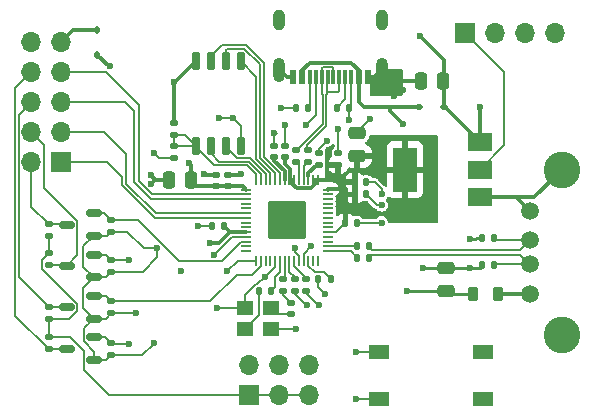
<source format=gtl>
G04 #@! TF.GenerationSoftware,KiCad,Pcbnew,7.0.2-0*
G04 #@! TF.CreationDate,2023-04-30T22:25:47-07:00*
G04 #@! TF.ProjectId,babelfish,62616265-6c66-4697-9368-2e6b69636164,REV1*
G04 #@! TF.SameCoordinates,Original*
G04 #@! TF.FileFunction,Copper,L1,Top*
G04 #@! TF.FilePolarity,Positive*
%FSLAX46Y46*%
G04 Gerber Fmt 4.6, Leading zero omitted, Abs format (unit mm)*
G04 Created by KiCad (PCBNEW 7.0.2-0) date 2023-04-30 22:25:47*
%MOMM*%
%LPD*%
G01*
G04 APERTURE LIST*
G04 Aperture macros list*
%AMRoundRect*
0 Rectangle with rounded corners*
0 $1 Rounding radius*
0 $2 $3 $4 $5 $6 $7 $8 $9 X,Y pos of 4 corners*
0 Add a 4 corners polygon primitive as box body*
4,1,4,$2,$3,$4,$5,$6,$7,$8,$9,$2,$3,0*
0 Add four circle primitives for the rounded corners*
1,1,$1+$1,$2,$3*
1,1,$1+$1,$4,$5*
1,1,$1+$1,$6,$7*
1,1,$1+$1,$8,$9*
0 Add four rect primitives between the rounded corners*
20,1,$1+$1,$2,$3,$4,$5,0*
20,1,$1+$1,$4,$5,$6,$7,0*
20,1,$1+$1,$6,$7,$8,$9,0*
20,1,$1+$1,$8,$9,$2,$3,0*%
G04 Aperture macros list end*
G04 #@! TA.AperFunction,SMDPad,CuDef*
%ADD10R,0.600000X1.240005*%
G04 #@! TD*
G04 #@! TA.AperFunction,SMDPad,CuDef*
%ADD11R,0.300000X1.240005*%
G04 #@! TD*
G04 #@! TA.AperFunction,ComponentPad*
%ADD12O,1.000000X2.100000*%
G04 #@! TD*
G04 #@! TA.AperFunction,ComponentPad*
%ADD13O,1.000000X1.800000*%
G04 #@! TD*
G04 #@! TA.AperFunction,SMDPad,CuDef*
%ADD14RoundRect,0.135000X-0.185000X0.135000X-0.185000X-0.135000X0.185000X-0.135000X0.185000X0.135000X0*%
G04 #@! TD*
G04 #@! TA.AperFunction,ComponentPad*
%ADD15R,1.700000X1.700000*%
G04 #@! TD*
G04 #@! TA.AperFunction,ComponentPad*
%ADD16O,1.700000X1.700000*%
G04 #@! TD*
G04 #@! TA.AperFunction,SMDPad,CuDef*
%ADD17RoundRect,0.150000X0.512500X0.150000X-0.512500X0.150000X-0.512500X-0.150000X0.512500X-0.150000X0*%
G04 #@! TD*
G04 #@! TA.AperFunction,SMDPad,CuDef*
%ADD18RoundRect,0.218750X0.218750X0.381250X-0.218750X0.381250X-0.218750X-0.381250X0.218750X-0.381250X0*%
G04 #@! TD*
G04 #@! TA.AperFunction,SMDPad,CuDef*
%ADD19RoundRect,0.135000X0.185000X-0.135000X0.185000X0.135000X-0.185000X0.135000X-0.185000X-0.135000X0*%
G04 #@! TD*
G04 #@! TA.AperFunction,SMDPad,CuDef*
%ADD20R,2.000000X1.500000*%
G04 #@! TD*
G04 #@! TA.AperFunction,SMDPad,CuDef*
%ADD21R,2.000000X3.800000*%
G04 #@! TD*
G04 #@! TA.AperFunction,SMDPad,CuDef*
%ADD22RoundRect,0.250000X0.475000X-0.250000X0.475000X0.250000X-0.475000X0.250000X-0.475000X-0.250000X0*%
G04 #@! TD*
G04 #@! TA.AperFunction,SMDPad,CuDef*
%ADD23RoundRect,0.112500X0.187500X0.112500X-0.187500X0.112500X-0.187500X-0.112500X0.187500X-0.112500X0*%
G04 #@! TD*
G04 #@! TA.AperFunction,SMDPad,CuDef*
%ADD24RoundRect,0.140000X0.140000X0.170000X-0.140000X0.170000X-0.140000X-0.170000X0.140000X-0.170000X0*%
G04 #@! TD*
G04 #@! TA.AperFunction,SMDPad,CuDef*
%ADD25RoundRect,0.140000X0.170000X-0.140000X0.170000X0.140000X-0.170000X0.140000X-0.170000X-0.140000X0*%
G04 #@! TD*
G04 #@! TA.AperFunction,SMDPad,CuDef*
%ADD26RoundRect,0.135000X0.135000X0.185000X-0.135000X0.185000X-0.135000X-0.185000X0.135000X-0.185000X0*%
G04 #@! TD*
G04 #@! TA.AperFunction,SMDPad,CuDef*
%ADD27R,1.800000X1.300000*%
G04 #@! TD*
G04 #@! TA.AperFunction,SMDPad,CuDef*
%ADD28RoundRect,0.112500X0.112500X-0.187500X0.112500X0.187500X-0.112500X0.187500X-0.112500X-0.187500X0*%
G04 #@! TD*
G04 #@! TA.AperFunction,SMDPad,CuDef*
%ADD29RoundRect,0.140000X-0.140000X-0.170000X0.140000X-0.170000X0.140000X0.170000X-0.140000X0.170000X0*%
G04 #@! TD*
G04 #@! TA.AperFunction,SMDPad,CuDef*
%ADD30RoundRect,0.050000X-0.387500X-0.050000X0.387500X-0.050000X0.387500X0.050000X-0.387500X0.050000X0*%
G04 #@! TD*
G04 #@! TA.AperFunction,SMDPad,CuDef*
%ADD31RoundRect,0.050000X-0.050000X-0.387500X0.050000X-0.387500X0.050000X0.387500X-0.050000X0.387500X0*%
G04 #@! TD*
G04 #@! TA.AperFunction,ComponentPad*
%ADD32C,0.600000*%
G04 #@! TD*
G04 #@! TA.AperFunction,SMDPad,CuDef*
%ADD33RoundRect,0.144000X-1.456000X-1.456000X1.456000X-1.456000X1.456000X1.456000X-1.456000X1.456000X0*%
G04 #@! TD*
G04 #@! TA.AperFunction,ComponentPad*
%ADD34C,1.500000*%
G04 #@! TD*
G04 #@! TA.AperFunction,ComponentPad*
%ADD35C,3.100000*%
G04 #@! TD*
G04 #@! TA.AperFunction,SMDPad,CuDef*
%ADD36RoundRect,0.250000X0.250000X0.475000X-0.250000X0.475000X-0.250000X-0.475000X0.250000X-0.475000X0*%
G04 #@! TD*
G04 #@! TA.AperFunction,SMDPad,CuDef*
%ADD37R,1.400000X1.200000*%
G04 #@! TD*
G04 #@! TA.AperFunction,SMDPad,CuDef*
%ADD38RoundRect,0.150000X0.150000X-0.650000X0.150000X0.650000X-0.150000X0.650000X-0.150000X-0.650000X0*%
G04 #@! TD*
G04 #@! TA.AperFunction,SMDPad,CuDef*
%ADD39RoundRect,0.135000X-0.135000X-0.185000X0.135000X-0.185000X0.135000X0.185000X-0.135000X0.185000X0*%
G04 #@! TD*
G04 #@! TA.AperFunction,SMDPad,CuDef*
%ADD40RoundRect,0.140000X-0.170000X0.140000X-0.170000X-0.140000X0.170000X-0.140000X0.170000X0.140000X0*%
G04 #@! TD*
G04 #@! TA.AperFunction,ViaPad*
%ADD41C,0.600000*%
G04 #@! TD*
G04 #@! TA.AperFunction,Conductor*
%ADD42C,0.150000*%
G04 #@! TD*
G04 #@! TA.AperFunction,Conductor*
%ADD43C,0.300000*%
G04 #@! TD*
G04 #@! TA.AperFunction,Conductor*
%ADD44C,0.254000*%
G04 #@! TD*
G04 #@! TA.AperFunction,Conductor*
%ADD45C,0.200000*%
G04 #@! TD*
G04 #@! TA.AperFunction,Conductor*
%ADD46C,0.152400*%
G04 #@! TD*
G04 APERTURE END LIST*
D10*
X107380061Y-76700101D03*
X108179909Y-76700101D03*
D11*
X108829896Y-76700101D03*
X109330023Y-76700101D03*
X109829896Y-76700101D03*
X110330023Y-76700101D03*
X110829896Y-76700101D03*
X111330023Y-76700101D03*
X111829896Y-76700101D03*
X112330023Y-76700101D03*
D10*
X112980010Y-76700101D03*
X113779858Y-76700101D03*
D12*
X114900000Y-76080086D03*
D13*
X114900000Y-71900000D03*
X106259919Y-71900000D03*
D12*
X106259919Y-76080086D03*
D14*
X86716800Y-91614000D03*
X86716800Y-92634000D03*
D15*
X87787500Y-83887000D03*
D16*
X85247500Y-83887000D03*
X87787500Y-81347000D03*
X85247500Y-81347000D03*
X87787500Y-78807000D03*
X85247500Y-78807000D03*
X87787500Y-76267000D03*
X85247500Y-76267000D03*
X87787500Y-73727000D03*
X85247500Y-73727000D03*
D17*
X90577600Y-100660400D03*
X90577600Y-98760400D03*
X88302600Y-99710400D03*
D18*
X124764800Y-95046800D03*
X122639800Y-95046800D03*
D19*
X92000000Y-96702000D03*
X92000000Y-95682000D03*
D20*
X123200000Y-86850000D03*
X123200000Y-84550000D03*
D21*
X116900000Y-84550000D03*
D20*
X123200000Y-82250000D03*
D22*
X112850000Y-83379000D03*
X112850000Y-81479000D03*
D15*
X103700000Y-103650000D03*
D16*
X103700000Y-101110000D03*
X106240000Y-103650000D03*
X106240000Y-101110000D03*
X108780000Y-103650000D03*
X108780000Y-101110000D03*
D23*
X120150000Y-79250000D03*
X118050000Y-79250000D03*
D24*
X101550000Y-89350000D03*
X100590000Y-89350000D03*
D25*
X111250000Y-84141000D03*
X111250000Y-83181000D03*
D26*
X124439200Y-92659200D03*
X123419200Y-92659200D03*
X110585500Y-93793000D03*
X109565500Y-93793000D03*
D15*
X122000000Y-73000000D03*
D16*
X124540000Y-73000000D03*
X127080000Y-73000000D03*
X129620000Y-73000000D03*
D26*
X113826996Y-91033600D03*
X112806996Y-91033600D03*
D27*
X123500102Y-104000000D03*
X114700000Y-104000000D03*
X123500102Y-100000000D03*
X114700000Y-100000000D03*
D28*
X90850000Y-74850000D03*
X90850000Y-72750000D03*
D14*
X97352100Y-80633800D03*
X97352100Y-81653800D03*
D29*
X112640000Y-85600000D03*
X113600000Y-85600000D03*
D25*
X106750100Y-83506000D03*
X106750100Y-82546000D03*
D29*
X112640000Y-86650000D03*
X113600000Y-86650000D03*
D17*
X90526800Y-97155200D03*
X90526800Y-95255200D03*
X88251800Y-96205200D03*
D19*
X86716800Y-90199600D03*
X86716800Y-89179600D03*
D29*
X111850000Y-89050000D03*
X112810000Y-89050000D03*
D14*
X108640000Y-82917200D03*
X108640000Y-83937200D03*
D17*
X90526800Y-90144800D03*
X90526800Y-88244800D03*
X88251800Y-89194800D03*
D30*
X103462500Y-86237500D03*
X103462500Y-86637500D03*
X103462500Y-87037500D03*
X103462500Y-87437500D03*
X103462500Y-87837500D03*
X103462500Y-88237500D03*
X103462500Y-88637500D03*
X103462500Y-89037500D03*
X103462500Y-89437500D03*
X103462500Y-89837500D03*
X103462500Y-90237500D03*
X103462500Y-90637500D03*
X103462500Y-91037500D03*
X103462500Y-91437500D03*
D31*
X104300000Y-92275000D03*
X104700000Y-92275000D03*
X105100000Y-92275000D03*
X105500000Y-92275000D03*
X105900000Y-92275000D03*
X106300000Y-92275000D03*
X106700000Y-92275000D03*
X107100000Y-92275000D03*
X107500000Y-92275000D03*
X107900000Y-92275000D03*
X108300000Y-92275000D03*
X108700000Y-92275000D03*
X109100000Y-92275000D03*
X109500000Y-92275000D03*
D30*
X110337500Y-91437500D03*
X110337500Y-91037500D03*
X110337500Y-90637500D03*
X110337500Y-90237500D03*
X110337500Y-89837500D03*
X110337500Y-89437500D03*
X110337500Y-89037500D03*
X110337500Y-88637500D03*
X110337500Y-88237500D03*
X110337500Y-87837500D03*
X110337500Y-87437500D03*
X110337500Y-87037500D03*
X110337500Y-86637500D03*
X110337500Y-86237500D03*
D31*
X109500000Y-85400000D03*
X109100000Y-85400000D03*
X108700000Y-85400000D03*
X108300000Y-85400000D03*
X107900000Y-85400000D03*
X107500000Y-85400000D03*
X107100000Y-85400000D03*
X106700000Y-85400000D03*
X106300000Y-85400000D03*
X105900000Y-85400000D03*
X105500000Y-85400000D03*
X105100000Y-85400000D03*
X104700000Y-85400000D03*
X104300000Y-85400000D03*
D32*
X105625000Y-87562500D03*
X105625000Y-88837500D03*
X105625000Y-90112500D03*
X106900000Y-87562500D03*
X106900000Y-88837500D03*
D33*
X106900000Y-88837500D03*
D32*
X106900000Y-90112500D03*
X108175000Y-87562500D03*
X108175000Y-88837500D03*
X108175000Y-90112500D03*
D19*
X92000000Y-89840000D03*
X92000000Y-88820000D03*
D34*
X127439200Y-95041600D03*
X127439200Y-92541600D03*
X127439200Y-90541600D03*
X127439200Y-88041600D03*
D35*
X130149200Y-98541600D03*
X130149200Y-84541600D03*
D19*
X106550000Y-94820000D03*
X106550000Y-93800000D03*
D26*
X108655100Y-79365800D03*
X107635100Y-79365800D03*
D25*
X101924100Y-85939200D03*
X101924100Y-84979200D03*
D14*
X107689900Y-82917200D03*
X107689900Y-83937200D03*
D22*
X120350000Y-94789200D03*
X120350000Y-92889200D03*
D26*
X124439200Y-90373200D03*
X123419200Y-90373200D03*
D25*
X107250000Y-96810000D03*
X107250000Y-95850000D03*
D14*
X86716800Y-98730000D03*
X86716800Y-99750000D03*
D17*
X90526800Y-93650000D03*
X90526800Y-91750000D03*
X88251800Y-92700000D03*
D19*
X86716800Y-97210000D03*
X86716800Y-96190000D03*
X92000000Y-93196800D03*
X92000000Y-92176800D03*
D36*
X120135500Y-77029000D03*
X118235500Y-77029000D03*
D37*
X105578152Y-96266000D03*
X103378000Y-96266000D03*
X103378000Y-98016064D03*
X105578152Y-98016064D03*
D29*
X104570000Y-94800000D03*
X105530000Y-94800000D03*
D25*
X105810300Y-83506000D03*
X105810300Y-82546000D03*
X100908100Y-85939200D03*
X100908100Y-84979200D03*
X109580000Y-84141000D03*
X109580000Y-83181000D03*
D36*
X98774500Y-85411000D03*
X96874500Y-85411000D03*
D19*
X92000000Y-100256000D03*
X92000000Y-99236000D03*
D26*
X113826996Y-91998800D03*
X112806996Y-91998800D03*
D38*
X99155500Y-82540800D03*
X100425500Y-82540800D03*
X101695500Y-82540800D03*
X102965500Y-82540800D03*
X102965500Y-75340800D03*
X101695500Y-75340800D03*
X100425500Y-75340800D03*
X99155500Y-75340800D03*
D39*
X111093500Y-79315000D03*
X112113500Y-79315000D03*
D14*
X97352100Y-82541400D03*
X97352100Y-83561400D03*
D40*
X107537500Y-93832800D03*
X107537500Y-94792800D03*
X108508800Y-93832800D03*
X108508800Y-94792800D03*
D41*
X108500000Y-80750000D03*
X106400000Y-79350000D03*
X109600000Y-96050000D03*
X107650000Y-98000000D03*
X101100000Y-80200000D03*
X99841300Y-84953800D03*
X112109500Y-80331000D03*
X100950000Y-96250000D03*
X108550000Y-96050000D03*
X115919500Y-77283000D03*
X116681500Y-77791000D03*
X110250000Y-82100000D03*
X102965500Y-84953800D03*
X114900000Y-86650000D03*
X105800000Y-81450000D03*
X99350000Y-89350000D03*
X122400000Y-92889200D03*
X102300000Y-80200000D03*
X112700000Y-100000000D03*
X115919500Y-78299000D03*
X118400000Y-92900000D03*
X114900000Y-89050000D03*
X115157500Y-77791000D03*
X122400000Y-90389200D03*
X95345500Y-85030000D03*
X95345500Y-85792000D03*
X111250000Y-81150000D03*
X105050000Y-93600000D03*
X114900000Y-87550000D03*
X113950000Y-80300000D03*
X106750000Y-80750000D03*
X117100000Y-94800000D03*
X116750000Y-80700000D03*
X100350000Y-90800000D03*
X94150000Y-96720000D03*
X98600000Y-83950000D03*
X95900000Y-91170000D03*
X110150000Y-95100000D03*
X95650000Y-99220000D03*
X97900000Y-93150000D03*
X97350000Y-77100000D03*
X112700000Y-104000000D03*
X95650000Y-83150000D03*
X108950000Y-91050000D03*
X107550000Y-91150000D03*
X100750000Y-91750000D03*
X93500000Y-92170000D03*
X101850000Y-93150000D03*
X93500000Y-99270000D03*
X118150000Y-73250000D03*
X123200000Y-79250000D03*
X91950000Y-75800000D03*
D42*
X111829896Y-76700101D02*
X111829896Y-78578604D01*
X111829896Y-78578604D02*
X111093500Y-79315000D01*
X108655100Y-79365800D02*
X108829896Y-79191004D01*
X108829896Y-79191004D02*
X108829896Y-76700101D01*
X109323500Y-77029000D02*
X109323500Y-79926500D01*
X109323500Y-79926500D02*
X108500000Y-80750000D01*
X107635100Y-79365800D02*
X106415800Y-79365800D01*
X106400000Y-79350000D02*
X106415800Y-79365800D01*
D43*
X107380061Y-76700101D02*
X106879934Y-76700101D01*
X106879934Y-76700101D02*
X106259919Y-76080086D01*
X113779858Y-76700101D02*
X114279985Y-76700101D01*
X114279985Y-76700101D02*
X114900000Y-76080086D01*
X108179909Y-76700101D02*
X108179909Y-76115542D01*
X108815352Y-75480099D02*
X112354473Y-75480099D01*
X108179909Y-76115542D02*
X108815352Y-75480099D01*
X112354473Y-75480099D02*
X112980010Y-76105636D01*
X112980010Y-76105636D02*
X112980010Y-76700101D01*
D42*
X109829896Y-76700101D02*
X109829896Y-75930099D01*
X109829896Y-75930099D02*
X109904896Y-75855099D01*
X109904896Y-75855099D02*
X110754896Y-75855099D01*
X110754896Y-75855099D02*
X110829896Y-75930099D01*
X110829896Y-75930099D02*
X110829896Y-76700101D01*
X109600000Y-96100000D02*
X109600000Y-96100000D01*
X105050000Y-93600000D02*
X104385000Y-94265000D01*
X107537500Y-95087500D02*
X108500000Y-96050000D01*
X105578152Y-98016064D02*
X107633936Y-98016064D01*
D43*
X95726500Y-85411000D02*
X95345500Y-85030000D01*
D42*
X101000000Y-96250000D02*
X100950000Y-96250000D01*
X108508800Y-95008800D02*
X109550000Y-96050000D01*
X111250000Y-83181000D02*
X111250000Y-81150000D01*
D43*
X102940100Y-84979200D02*
X102965500Y-84953800D01*
D42*
X102965500Y-80815500D02*
X102350000Y-80200000D01*
X105800000Y-81500000D02*
X105800000Y-81450000D01*
X108550000Y-96100000D02*
X108550000Y-96100000D01*
X100984000Y-96266000D02*
X101000000Y-96250000D01*
X102300000Y-80200000D02*
X101100000Y-80200000D01*
D43*
X96874500Y-85411000D02*
X95726500Y-85411000D01*
D42*
X102350000Y-80200000D02*
X102300000Y-80200000D01*
X103378000Y-95165812D02*
X103378000Y-96266000D01*
X104385000Y-94265000D02*
X104278812Y-94265000D01*
X114350000Y-85600000D02*
X114900000Y-86150000D01*
X114900000Y-86150000D02*
X114900000Y-86650000D01*
X108500000Y-96050000D02*
X108550000Y-96050000D01*
D43*
X95726500Y-85411000D02*
X95345500Y-85792000D01*
X123200000Y-86850000D02*
X126247600Y-86850000D01*
D42*
X108550000Y-96050000D02*
X108550000Y-96100000D01*
X105810300Y-81489700D02*
X105800000Y-81500000D01*
D44*
X122400000Y-92889200D02*
X120350000Y-92889200D01*
X118460800Y-92889200D02*
X118450000Y-92900000D01*
D42*
X114700000Y-100000000D02*
X112700000Y-100000000D01*
X105900000Y-92750000D02*
X105050000Y-93600000D01*
X106750100Y-80799900D02*
X106750000Y-80800000D01*
X104278812Y-94265000D02*
X103378000Y-95165812D01*
X113600000Y-86650000D02*
X114500000Y-87550000D01*
X116173500Y-77029000D02*
X115919500Y-77283000D01*
X106750000Y-80800000D02*
X106750000Y-80750000D01*
X109600000Y-96050000D02*
X109600000Y-96100000D01*
D43*
X126247600Y-86850000D02*
X127439200Y-88041600D01*
D42*
X100950000Y-96250000D02*
X100950000Y-96300000D01*
D44*
X123449200Y-90373200D02*
X122400000Y-90389200D01*
X122400000Y-92889200D02*
X123219200Y-92889200D01*
D42*
X105850000Y-81450000D02*
X105850000Y-81450000D01*
X106800000Y-80750000D02*
X106850000Y-80700000D01*
X113600000Y-85600000D02*
X114350000Y-85600000D01*
X105800000Y-81450000D02*
X106050000Y-81450000D01*
D43*
X101924100Y-84979200D02*
X102940100Y-84979200D01*
D42*
X112323500Y-79105000D02*
X112113500Y-79315000D01*
X102250000Y-96266000D02*
X100984000Y-96266000D01*
X114893500Y-76114000D02*
X114893500Y-76277000D01*
X106750000Y-80750000D02*
X106800000Y-80750000D01*
X114500000Y-87550000D02*
X114900000Y-87550000D01*
X112850000Y-81479000D02*
X112850000Y-81400000D01*
X106750100Y-82546000D02*
X106750100Y-80799900D01*
D43*
X99866700Y-84979200D02*
X99841300Y-84953800D01*
D42*
X100950000Y-96300000D02*
X100950000Y-96300000D01*
D43*
X127840800Y-86850000D02*
X130149200Y-84541600D01*
D42*
X105900000Y-92275000D02*
X105900000Y-92750000D01*
X112850000Y-81400000D02*
X113950000Y-80300000D01*
D44*
X118400000Y-92900000D02*
X118400000Y-92950000D01*
D42*
X103378000Y-96266000D02*
X102250000Y-96266000D01*
D43*
X118235500Y-77029000D02*
X116173500Y-77029000D01*
D42*
X109569500Y-82780500D02*
X110250000Y-82100000D01*
D44*
X118400000Y-92950000D02*
X118450000Y-92900000D01*
D43*
X100908100Y-84979200D02*
X99866700Y-84979200D01*
X123200000Y-86850000D02*
X127840800Y-86850000D01*
D42*
X112485500Y-81601000D02*
X112363500Y-81479000D01*
D44*
X118450000Y-92900000D02*
X118400000Y-92900000D01*
D42*
X115157500Y-77791000D02*
X115411500Y-77791000D01*
D44*
X123219200Y-92889200D02*
X123449200Y-92659200D01*
D42*
X105810300Y-82546000D02*
X105810300Y-81489700D01*
X102250000Y-96266000D02*
X102084000Y-96266000D01*
X112323500Y-77029000D02*
X112323500Y-79105000D01*
X112109500Y-80331000D02*
X112109500Y-79319000D01*
X108508800Y-94792800D02*
X108508800Y-95008800D01*
D44*
X120350000Y-92889200D02*
X118460800Y-92889200D01*
D42*
X114893500Y-76257000D02*
X114893500Y-76114000D01*
X109569500Y-83181000D02*
X109569500Y-82780500D01*
X107537500Y-94792800D02*
X107537500Y-95087500D01*
X112109500Y-79319000D02*
X112113500Y-79315000D01*
X112810000Y-89050000D02*
X114900000Y-89050000D01*
X107633936Y-98016064D02*
X107650000Y-98000000D01*
X100590000Y-89350000D02*
X99350000Y-89350000D01*
X109550000Y-96050000D02*
X109600000Y-96050000D01*
X102965500Y-82540800D02*
X102965500Y-80815500D01*
D43*
X115650000Y-79250000D02*
X118050000Y-79250000D01*
X116100000Y-80050000D02*
X116050000Y-80000000D01*
X115650000Y-79600000D02*
X116750000Y-80700000D01*
X113023500Y-77029000D02*
X113023500Y-78823500D01*
D44*
X122639800Y-95046800D02*
X120607600Y-95046800D01*
D43*
X108123500Y-77029000D02*
X108123500Y-76254000D01*
X113023500Y-78823500D02*
X113450000Y-79250000D01*
X115650000Y-79600000D02*
X116100000Y-80050000D01*
D44*
X117110800Y-94789200D02*
X117100000Y-94800000D01*
D43*
X113023500Y-76266600D02*
X113023500Y-77029000D01*
D44*
X120607600Y-95046800D02*
X120350000Y-94789200D01*
D43*
X113450000Y-79250000D02*
X115650000Y-79250000D01*
X115650000Y-79250000D02*
X115650000Y-79600000D01*
D44*
X120350000Y-94789200D02*
X117110800Y-94789200D01*
D42*
X105850000Y-94480000D02*
X105530000Y-94800000D01*
X106300000Y-92275000D02*
X106300000Y-93220883D01*
X105850000Y-93670883D02*
X105850000Y-94480000D01*
X106300000Y-93220883D02*
X105850000Y-93670883D01*
X106700000Y-93650000D02*
X106550000Y-93800000D01*
X106700000Y-92275000D02*
X106700000Y-93650000D01*
D43*
X101924100Y-85939200D02*
X103164200Y-85939200D01*
X107350000Y-85400000D02*
X107150000Y-85400000D01*
D42*
X94150000Y-96720000D02*
X94136000Y-96702000D01*
X92000000Y-89840000D02*
X93370000Y-89840000D01*
D43*
X101100000Y-90800000D02*
X100350000Y-90800000D01*
D42*
X90577600Y-100660400D02*
X90577600Y-99953230D01*
D43*
X98774500Y-85411000D02*
X99302700Y-85939200D01*
D42*
X125275000Y-82475000D02*
X125275000Y-76275000D01*
X91546800Y-93650000D02*
X92000000Y-93196800D01*
D43*
X102037500Y-89837500D02*
X101550000Y-89350000D01*
X109250000Y-85782474D02*
X109250000Y-85400000D01*
X107705025Y-86137500D02*
X108894975Y-86137500D01*
D42*
X89639300Y-91032300D02*
X90526800Y-90144800D01*
X90526800Y-93650000D02*
X91546800Y-93650000D01*
X90526800Y-93650000D02*
X89639300Y-92762500D01*
X92000000Y-96702000D02*
X94100000Y-96702000D01*
X110337500Y-89837500D02*
X111062500Y-89837500D01*
X94664000Y-100256000D02*
X95650000Y-99270000D01*
X111062500Y-89837500D02*
X111850000Y-89050000D01*
X92000000Y-93196800D02*
X94673200Y-93196800D01*
D43*
X111855500Y-86173000D02*
X111855500Y-89044500D01*
D42*
X89639300Y-96267700D02*
X89639300Y-94537500D01*
X90526800Y-97155200D02*
X91546800Y-97155200D01*
D43*
X106750100Y-84090200D02*
X106750100Y-83506000D01*
X97352100Y-80663800D02*
X97352100Y-77144200D01*
X101924100Y-85939200D02*
X100908100Y-85939200D01*
X111855500Y-89044500D02*
X111850000Y-89050000D01*
X109250000Y-85400000D02*
X109500000Y-85400000D01*
D42*
X89690100Y-97991900D02*
X90526800Y-97155200D01*
X89639300Y-92762500D02*
X89639300Y-91032300D01*
D43*
X99302700Y-85939200D02*
X100908100Y-85939200D01*
X107350000Y-85400000D02*
X107350000Y-85782475D01*
X97350000Y-77146300D02*
X97350000Y-77100000D01*
D42*
X123200000Y-84550000D02*
X125275000Y-82475000D01*
X92000000Y-100256000D02*
X94664000Y-100256000D01*
X109565500Y-94515500D02*
X110150000Y-95100000D01*
X107537500Y-93611091D02*
X107100000Y-93173591D01*
D43*
X97352100Y-77144200D02*
X97350000Y-77146300D01*
D42*
X95650000Y-99220000D02*
X95650000Y-99270000D01*
D43*
X103462500Y-89837500D02*
X102200000Y-89837500D01*
D42*
X90577600Y-99953230D02*
X89690100Y-99065730D01*
X95900000Y-91970000D02*
X95900000Y-91220000D01*
D43*
X111855500Y-86173000D02*
X110402000Y-86173000D01*
D42*
X94750000Y-91220000D02*
X93370000Y-89840000D01*
D43*
X109500000Y-85400000D02*
X110750000Y-85400000D01*
D42*
X95650000Y-99270000D02*
X95650000Y-99270000D01*
D43*
X98774500Y-85411000D02*
X98774500Y-84124500D01*
X107150000Y-84490100D02*
X106750100Y-84090200D01*
D42*
X94673200Y-93196800D02*
X95900000Y-91970000D01*
D43*
X107705025Y-86137500D02*
X107150000Y-85582475D01*
D42*
X90577600Y-100660400D02*
X91595600Y-100660400D01*
X107100000Y-93173591D02*
X107100000Y-92275000D01*
D43*
X109191237Y-85841237D02*
X109250000Y-85782474D01*
X109191237Y-85841237D02*
X109500000Y-85532475D01*
X102200000Y-89837500D02*
X102037500Y-89837500D01*
D42*
X90526800Y-97155200D02*
X89639300Y-96267700D01*
D43*
X111791000Y-86237500D02*
X111855500Y-86173000D01*
D42*
X95900000Y-91170000D02*
X94750000Y-91220000D01*
D43*
X102200000Y-89837500D02*
X102062500Y-89837500D01*
D42*
X90526800Y-90144800D02*
X91695200Y-90144800D01*
D43*
X102062500Y-89837500D02*
X101100000Y-90800000D01*
D42*
X109565500Y-93793000D02*
X109565500Y-94515500D01*
D43*
X97350000Y-77100000D02*
X97396300Y-77100000D01*
X110750000Y-85400000D02*
X111250000Y-84900000D01*
X107350000Y-85782475D02*
X107705025Y-86137500D01*
X98774500Y-84124500D02*
X98600000Y-83950000D01*
D42*
X125275000Y-76275000D02*
X122000000Y-73000000D01*
X95600000Y-99220000D02*
X95650000Y-99220000D01*
D43*
X111250000Y-84900000D02*
X111250000Y-84141000D01*
X109500000Y-85532475D02*
X109500000Y-85400000D01*
X108894975Y-86137500D02*
X109191237Y-85841237D01*
X107150000Y-85582475D02*
X107150000Y-84490100D01*
D42*
X91546800Y-97155200D02*
X92000000Y-96702000D01*
X94100000Y-96702000D02*
X94150000Y-96720000D01*
D43*
X97396300Y-77100000D02*
X99155500Y-75340800D01*
D42*
X107537500Y-93821000D02*
X107537500Y-93611091D01*
X91695200Y-90144800D02*
X92000000Y-89840000D01*
X95900000Y-91220000D02*
X95900000Y-91170000D01*
D43*
X110402000Y-86173000D02*
X110337500Y-86237500D01*
D42*
X89690100Y-99065730D02*
X89690100Y-97991900D01*
D43*
X103164200Y-85939200D02*
X103462500Y-86237500D01*
D42*
X91595600Y-100660400D02*
X92000000Y-100256000D01*
X94136000Y-96702000D02*
X94118000Y-96702000D01*
X89639300Y-94537500D02*
X90526800Y-93650000D01*
D43*
X105810300Y-83786796D02*
X105810300Y-83506000D01*
X106700000Y-85400000D02*
X106700000Y-84676496D01*
X108700000Y-84867525D02*
X108700000Y-85101472D01*
D42*
X108553500Y-93793000D02*
X107500000Y-92739500D01*
X107500000Y-92739500D02*
X107500000Y-92275000D01*
D43*
X106700000Y-84676496D02*
X105810300Y-83786796D01*
X109569500Y-84141000D02*
X109426525Y-84141000D01*
X109426525Y-84141000D02*
X108700000Y-84867525D01*
D42*
X114700000Y-104000000D02*
X112700000Y-104000000D01*
X96031400Y-83531400D02*
X95650000Y-83150000D01*
X97352100Y-83531400D02*
X96031400Y-83531400D01*
D45*
X127439200Y-90541600D02*
X126664201Y-91316599D01*
X124409200Y-90373200D02*
X124577600Y-90541600D01*
X126664201Y-91316599D02*
X114079995Y-91316599D01*
X114079995Y-91316599D02*
X113796996Y-91033600D01*
X124577600Y-90541600D02*
X127439200Y-90541600D01*
D42*
X110341400Y-91033600D02*
X110337500Y-91037500D01*
X112836996Y-91033600D02*
X110341400Y-91033600D01*
X112275696Y-91437500D02*
X110337500Y-91437500D01*
X112836996Y-91998800D02*
X112275696Y-91437500D01*
X88236600Y-89179600D02*
X88251800Y-89194800D01*
X86716800Y-89179600D02*
X85247500Y-87710300D01*
X85247500Y-86800000D02*
X85247500Y-87650000D01*
X86716800Y-89179600D02*
X88236600Y-89179600D01*
X85247500Y-87710300D02*
X85247500Y-86800000D01*
X85247500Y-83887000D02*
X85247500Y-86800000D01*
X86322500Y-86072670D02*
X86322500Y-85850000D01*
X88251800Y-92700000D02*
X89139300Y-91812500D01*
X89139300Y-88889470D02*
X86322500Y-86072670D01*
X86716800Y-92634000D02*
X88185800Y-92634000D01*
X89139300Y-91812500D02*
X89139300Y-88889470D01*
X86322500Y-85850000D02*
X86322500Y-85900000D01*
X85247500Y-81347000D02*
X86322500Y-82422000D01*
X88185800Y-92634000D02*
X88251800Y-92700000D01*
X86322500Y-82422000D02*
X86322500Y-85850000D01*
X110040500Y-93248000D02*
X110585500Y-93793000D01*
X109246591Y-93248000D02*
X110040500Y-93248000D01*
X108700000Y-92701409D02*
X109246591Y-93248000D01*
X108700000Y-92275000D02*
X108700000Y-92701409D01*
X108300000Y-91700000D02*
X108950000Y-91050000D01*
X108300000Y-92275000D02*
X108300000Y-91700000D01*
X107900000Y-92275000D02*
X107900000Y-91848591D01*
X107550000Y-91498591D02*
X107550000Y-91150000D01*
X107900000Y-91848591D02*
X107550000Y-91498591D01*
X103522592Y-84165800D02*
X104300000Y-84943208D01*
X97352100Y-81623800D02*
X98238500Y-81623800D01*
X97352100Y-82571400D02*
X99124900Y-82571400D01*
X100720170Y-84165800D02*
X103522592Y-84165800D01*
X98238500Y-81623800D02*
X99155500Y-82540800D01*
X99155500Y-82601130D02*
X100720170Y-84165800D01*
X104300000Y-84943208D02*
X104300000Y-85400000D01*
X97352100Y-81623800D02*
X97352100Y-82571400D01*
X99124900Y-82571400D02*
X99155500Y-82540800D01*
X99155500Y-82540800D02*
X99155500Y-82601130D01*
X101355900Y-74015800D02*
X100425500Y-74946200D01*
X104921300Y-75542006D02*
X103395094Y-74015800D01*
X100425500Y-74946200D02*
X100425500Y-75340800D01*
X106300000Y-85400000D02*
X106300000Y-84821888D01*
X106300000Y-84821888D02*
X104921300Y-83443188D01*
X104921300Y-83443188D02*
X104921300Y-75542006D01*
X103395094Y-74015800D02*
X101355900Y-74015800D01*
X100425500Y-74743000D02*
X100425500Y-75340800D01*
X105900000Y-85400000D02*
X105900000Y-84846152D01*
X105900000Y-84846152D02*
X104591100Y-83537252D01*
X104591100Y-75636070D02*
X103270830Y-74315800D01*
X101695500Y-74438200D02*
X101695500Y-75340800D01*
X103270830Y-74315800D02*
X101817900Y-74315800D01*
X101817900Y-74315800D02*
X101695500Y-74438200D01*
X104591100Y-83537252D02*
X104591100Y-75636070D01*
X104291100Y-76666400D02*
X102965500Y-75340800D01*
X105500000Y-84870416D02*
X104291100Y-83661516D01*
X105500000Y-85400000D02*
X105500000Y-84870416D01*
X104291100Y-83661516D02*
X104291100Y-76666400D01*
X101695500Y-82601130D02*
X101695500Y-82540800D01*
X103771120Y-83565800D02*
X102660170Y-83565800D01*
X102660170Y-83565800D02*
X101695500Y-82601130D01*
X105100000Y-84894680D02*
X103771120Y-83565800D01*
X105100000Y-85400000D02*
X105100000Y-84894680D01*
X103646856Y-83865800D02*
X104700000Y-84918944D01*
X104700000Y-84918944D02*
X104700000Y-85400000D01*
X100425500Y-83125000D02*
X100425500Y-82540800D01*
X101166300Y-83865800D02*
X100425500Y-83125000D01*
X103646856Y-83865800D02*
X101166300Y-83865800D01*
D46*
X109921100Y-80716000D02*
X109921100Y-78214101D01*
X110823500Y-76301800D02*
X110823500Y-77029000D01*
X109823500Y-78116501D02*
X109823500Y-77029000D01*
X109921100Y-78214101D02*
X109823500Y-78116501D01*
X107689900Y-82947200D02*
X109921100Y-80716000D01*
X111209100Y-77980200D02*
X111323500Y-77865800D01*
X110225900Y-78214101D02*
X110323500Y-78116501D01*
X110225900Y-80842253D02*
X110225900Y-78214101D01*
X108629700Y-82947200D02*
X108629700Y-82438453D01*
X108629700Y-82438453D02*
X110225900Y-80842253D01*
X110323500Y-77029000D02*
X110323500Y-77906400D01*
X110323500Y-77906400D02*
X110397300Y-77980200D01*
X110323500Y-78116501D02*
X110323500Y-77029000D01*
X111323500Y-77865800D02*
X111323500Y-77029000D01*
X110397300Y-77980200D02*
X111209100Y-77980200D01*
D45*
X124526800Y-92541600D02*
X124409200Y-92659200D01*
X127439200Y-92541600D02*
X124526800Y-92541600D01*
X114029195Y-91766601D02*
X113796996Y-91998800D01*
X127439200Y-92541600D02*
X126664201Y-91766601D01*
X126664201Y-91766601D02*
X114029195Y-91766601D01*
D42*
X95448537Y-86637500D02*
X94329500Y-85518463D01*
X91535500Y-76267000D02*
X87787500Y-76267000D01*
X103462500Y-86637500D02*
X95448537Y-86637500D01*
X94329500Y-79061000D02*
X91535500Y-76267000D01*
X94329500Y-85518463D02*
X94329500Y-79061000D01*
X103462500Y-87037500D02*
X95424273Y-87037500D01*
X95424273Y-87037500D02*
X93948500Y-85561727D01*
X93948500Y-79569000D02*
X93186500Y-78807000D01*
X93186500Y-78807000D02*
X87787500Y-78807000D01*
X93948500Y-85561727D02*
X93948500Y-79569000D01*
X93267500Y-83252000D02*
X91362500Y-81347000D01*
X103462500Y-88237500D02*
X95775745Y-88237500D01*
X91362500Y-81347000D02*
X87787500Y-81347000D01*
X95775745Y-88237500D02*
X93267500Y-85729255D01*
X93267500Y-85729255D02*
X93267500Y-83252000D01*
X92932500Y-85818519D02*
X92932500Y-85157000D01*
X95751481Y-88637500D02*
X92932500Y-85818519D01*
X103462500Y-88637500D02*
X95751481Y-88637500D01*
X92932500Y-85157000D02*
X91662500Y-83887000D01*
X91662500Y-83887000D02*
X87787500Y-83887000D01*
X103462500Y-90237500D02*
X102267188Y-90237500D01*
X102267188Y-90237500D02*
X100754688Y-91750000D01*
X100754688Y-91750000D02*
X100750000Y-91750000D01*
X92000000Y-92176800D02*
X93493200Y-92176800D01*
X93493200Y-92176800D02*
X93500000Y-92170000D01*
X90526800Y-91750000D02*
X91573200Y-91750000D01*
X91573200Y-91750000D02*
X92000000Y-92176800D01*
X94292463Y-88820000D02*
X97747463Y-92275000D01*
X103036091Y-90637500D02*
X103462500Y-90637500D01*
X101398591Y-92275000D02*
X98350000Y-92275000D01*
X91424800Y-88244800D02*
X92000000Y-88820000D01*
X101398591Y-92275000D02*
X103036091Y-90637500D01*
X97747463Y-92275000D02*
X98350000Y-92275000D01*
X90526800Y-88244800D02*
X91424800Y-88244800D01*
X92000000Y-88820000D02*
X94292463Y-88820000D01*
X92034000Y-99270000D02*
X93500000Y-99270000D01*
X104300000Y-92275000D02*
X102725000Y-92275000D01*
X91524400Y-98760400D02*
X92000000Y-99236000D01*
X102725000Y-92275000D02*
X101850000Y-93150000D01*
X92000000Y-99236000D02*
X92034000Y-99270000D01*
X90577600Y-98760400D02*
X91524400Y-98760400D01*
X91573200Y-95255200D02*
X92000000Y-95682000D01*
X104700000Y-92275000D02*
X104700000Y-92701409D01*
X92000000Y-95682000D02*
X92062000Y-95620000D01*
X103951409Y-93450000D02*
X102650000Y-93450000D01*
X100418000Y-95682000D02*
X102650000Y-93450000D01*
X90526800Y-95255200D02*
X91573200Y-95255200D01*
X104700000Y-92701409D02*
X103951409Y-93450000D01*
X92000000Y-95682000D02*
X100418000Y-95682000D01*
D43*
X120150000Y-79200000D02*
X123200000Y-82250000D01*
X123200000Y-82250000D02*
X123200000Y-79250000D01*
X91800000Y-75800000D02*
X90850000Y-74850000D01*
X120150000Y-75500000D02*
X120150000Y-75250000D01*
D42*
X120135500Y-79235500D02*
X120150000Y-79250000D01*
D43*
X91950000Y-75800000D02*
X91800000Y-75800000D01*
X120150000Y-75500000D02*
X120150000Y-77014500D01*
X120150000Y-78550000D02*
X120150000Y-79250000D01*
X120150000Y-77014500D02*
X120135500Y-77029000D01*
X120150000Y-75500000D02*
X120150000Y-78550000D01*
X120150000Y-78550000D02*
X120150000Y-79200000D01*
D42*
X120135500Y-77029000D02*
X120150000Y-77043500D01*
D43*
X120150000Y-75250000D02*
X118150000Y-73250000D01*
D46*
X107689900Y-83907200D02*
X107900000Y-84117300D01*
X107900000Y-84117300D02*
X107900000Y-85400000D01*
X108629700Y-83907200D02*
X108300000Y-84236900D01*
X108300000Y-84236900D02*
X108300000Y-85400000D01*
D43*
X124764800Y-95046800D02*
X127434000Y-95046800D01*
X127434000Y-95046800D02*
X127439200Y-95041600D01*
D42*
X84172500Y-79882000D02*
X84172500Y-93100000D01*
X88236600Y-96190000D02*
X88251800Y-96205200D01*
X85247500Y-78807000D02*
X84172500Y-79882000D01*
X84172500Y-93645700D02*
X84172500Y-92714000D01*
X86716800Y-96190000D02*
X88236600Y-96190000D01*
X86716800Y-96190000D02*
X84172500Y-93645700D01*
X86716800Y-99750000D02*
X88263000Y-99750000D01*
X86716800Y-99750000D02*
X83872500Y-96905700D01*
X83872500Y-96700000D02*
X83872500Y-77642000D01*
X83872500Y-96905700D02*
X83872500Y-96314000D01*
X83872500Y-77642000D02*
X85247500Y-76267000D01*
X88263000Y-99750000D02*
X88302600Y-99710400D01*
X86171800Y-92932370D02*
X89150000Y-95910570D01*
X86171800Y-92159000D02*
X86171800Y-92932370D01*
X88439830Y-97210000D02*
X86716800Y-97210000D01*
X89150000Y-96499830D02*
X88439830Y-97210000D01*
X103700000Y-103650000D02*
X108780000Y-103650000D01*
X88515030Y-98730000D02*
X89690100Y-99905070D01*
X89690100Y-99905070D02*
X89690100Y-101496100D01*
X86716800Y-91614000D02*
X86716800Y-90199600D01*
X89690100Y-101496100D02*
X91844000Y-103650000D01*
X86716800Y-98730000D02*
X86716800Y-97210000D01*
X89150000Y-95910570D02*
X89150000Y-96499830D01*
X86716800Y-98730000D02*
X88515030Y-98730000D01*
X86716800Y-91614000D02*
X86171800Y-92159000D01*
X91844000Y-103650000D02*
X103700000Y-103650000D01*
D43*
X87787500Y-73727000D02*
X88764500Y-72750000D01*
X88764500Y-72750000D02*
X90850000Y-72750000D01*
D42*
X105578152Y-96266000D02*
X105578152Y-96428152D01*
X105578152Y-96428152D02*
X105950000Y-96800000D01*
X107240000Y-96800000D02*
X107250000Y-96810000D01*
X105950000Y-96800000D02*
X107240000Y-96800000D01*
X106550000Y-95150000D02*
X107250000Y-95850000D01*
X106550000Y-94820000D02*
X106550000Y-95150000D01*
X104570000Y-96824064D02*
X103378000Y-98016064D01*
X104570000Y-94800000D02*
X104570000Y-96824064D01*
G04 #@! TA.AperFunction,Conductor*
G36*
X119576649Y-81649354D02*
G01*
X119643585Y-81669389D01*
X119689063Y-81722432D01*
X119700000Y-81773352D01*
X119700000Y-88926000D01*
X119680315Y-88993039D01*
X119627511Y-89038794D01*
X119576000Y-89050000D01*
X115563995Y-89050000D01*
X115496956Y-89030315D01*
X115451201Y-88977511D01*
X115441056Y-88942187D01*
X115440506Y-88938014D01*
X115436330Y-88906291D01*
X115380861Y-88772375D01*
X115292621Y-88657379D01*
X115177625Y-88569139D01*
X115177624Y-88569138D01*
X115177622Y-88569137D01*
X115043709Y-88513670D01*
X114900000Y-88494749D01*
X114756290Y-88513670D01*
X114622377Y-88569137D01*
X114507377Y-88657380D01*
X114493101Y-88675986D01*
X114436673Y-88717189D01*
X114394725Y-88724500D01*
X113385025Y-88724500D01*
X113317986Y-88704815D01*
X113274541Y-88656796D01*
X113269859Y-88647608D01*
X113182392Y-88560141D01*
X113072173Y-88503982D01*
X112980737Y-88489500D01*
X112639267Y-88489500D01*
X112585412Y-88498030D01*
X112516119Y-88489074D01*
X112478335Y-88463237D01*
X112385379Y-88370281D01*
X112246194Y-88287967D01*
X112100001Y-88245493D01*
X112100000Y-88245494D01*
X112100000Y-89050000D01*
X111600000Y-89050000D01*
X111599999Y-88245494D01*
X111599998Y-88245493D01*
X111453805Y-88287967D01*
X111314622Y-88370280D01*
X111234489Y-88450413D01*
X111173165Y-88483897D01*
X111103474Y-88478913D01*
X111047540Y-88437041D01*
X111023124Y-88371576D01*
X111023634Y-88348441D01*
X111025500Y-88332365D01*
X111025499Y-88142636D01*
X111022585Y-88117509D01*
X111022584Y-88117507D01*
X111022584Y-88117505D01*
X111009373Y-88087585D01*
X111000301Y-88018307D01*
X111009371Y-87987416D01*
X111022585Y-87957491D01*
X111025500Y-87932365D01*
X111025499Y-87742636D01*
X111022585Y-87717509D01*
X111022584Y-87717507D01*
X111022584Y-87717505D01*
X111009373Y-87687585D01*
X111000301Y-87618307D01*
X111009371Y-87587416D01*
X111022585Y-87557491D01*
X111025500Y-87532365D01*
X111025499Y-87342636D01*
X111022585Y-87317509D01*
X111022584Y-87317507D01*
X111022584Y-87317505D01*
X111009373Y-87287585D01*
X111000301Y-87218307D01*
X111009371Y-87187416D01*
X111022585Y-87157491D01*
X111025500Y-87132365D01*
X111025499Y-86942636D01*
X111022585Y-86917509D01*
X111022584Y-86917507D01*
X111022584Y-86917505D01*
X111014855Y-86900000D01*
X111861210Y-86900000D01*
X111862854Y-86920915D01*
X111907967Y-87076194D01*
X111990281Y-87215379D01*
X112104620Y-87329718D01*
X112243803Y-87412031D01*
X112390000Y-87454504D01*
X112390000Y-87454503D01*
X112890000Y-87454503D01*
X113036196Y-87412031D01*
X113175378Y-87329718D01*
X113268333Y-87236763D01*
X113329656Y-87203277D01*
X113375410Y-87201970D01*
X113429265Y-87210500D01*
X113648809Y-87210499D01*
X113715849Y-87230183D01*
X113736491Y-87246818D01*
X114255955Y-87766282D01*
X114263263Y-87774256D01*
X114287545Y-87803194D01*
X114320266Y-87822085D01*
X114329360Y-87827878D01*
X114360316Y-87849554D01*
X114360317Y-87849554D01*
X114361201Y-87850173D01*
X114385887Y-87860398D01*
X114386950Y-87860585D01*
X114386955Y-87860588D01*
X114405938Y-87863935D01*
X114468537Y-87894959D01*
X114482779Y-87910563D01*
X114507376Y-87942618D01*
X114507377Y-87942619D01*
X114507379Y-87942621D01*
X114622375Y-88030861D01*
X114756291Y-88086330D01*
X114900000Y-88105250D01*
X115043709Y-88086330D01*
X115177625Y-88030861D01*
X115292621Y-87942621D01*
X115380861Y-87827625D01*
X115436330Y-87693709D01*
X115455250Y-87550000D01*
X115436330Y-87406291D01*
X115380861Y-87272375D01*
X115306515Y-87175485D01*
X115281321Y-87110316D01*
X115295359Y-87041871D01*
X115306512Y-87024516D01*
X115380861Y-86927625D01*
X115396185Y-86890628D01*
X115440025Y-86836226D01*
X115506318Y-86814160D01*
X115574018Y-86831438D01*
X115585057Y-86838814D01*
X115657911Y-86893352D01*
X115792628Y-86943599D01*
X115848867Y-86949645D01*
X115855482Y-86950000D01*
X116650000Y-86950000D01*
X116650000Y-84800000D01*
X117150000Y-84800000D01*
X117150000Y-86950000D01*
X117944518Y-86950000D01*
X117951132Y-86949645D01*
X118007371Y-86943599D01*
X118142089Y-86893352D01*
X118257188Y-86807188D01*
X118343352Y-86692089D01*
X118393599Y-86557371D01*
X118399645Y-86501132D01*
X118400000Y-86494518D01*
X118400000Y-84800000D01*
X117150000Y-84800000D01*
X116650000Y-84800000D01*
X115400000Y-84800000D01*
X115399999Y-85902251D01*
X115380314Y-85969291D01*
X115327510Y-86015045D01*
X115258352Y-86024989D01*
X115194796Y-85995964D01*
X115168613Y-85964253D01*
X115153194Y-85937545D01*
X115147825Y-85933040D01*
X115124261Y-85913267D01*
X115116286Y-85905959D01*
X114594043Y-85383717D01*
X114586734Y-85375741D01*
X114562454Y-85346805D01*
X114529736Y-85327915D01*
X114520627Y-85322112D01*
X114489684Y-85300446D01*
X114488803Y-85299829D01*
X114464107Y-85289599D01*
X114425852Y-85282853D01*
X114415296Y-85280512D01*
X114378807Y-85270735D01*
X114341180Y-85274028D01*
X114330372Y-85274500D01*
X114175025Y-85274500D01*
X114107986Y-85254815D01*
X114064541Y-85206796D01*
X114059859Y-85197608D01*
X113972392Y-85110141D01*
X113862173Y-85053982D01*
X113770737Y-85039500D01*
X113429267Y-85039500D01*
X113375412Y-85048030D01*
X113306119Y-85039074D01*
X113268335Y-85013237D01*
X113175379Y-84920281D01*
X113036194Y-84837967D01*
X112890001Y-84795493D01*
X112890000Y-84795494D01*
X112890000Y-87454503D01*
X112390000Y-87454503D01*
X112390000Y-86900000D01*
X111861210Y-86900000D01*
X111014855Y-86900000D01*
X111009373Y-86887585D01*
X111000301Y-86818307D01*
X111009369Y-86787421D01*
X111013213Y-86778714D01*
X111051725Y-86729991D01*
X111117563Y-86680065D01*
X111208922Y-86559591D01*
X111264385Y-86418948D01*
X111266660Y-86399999D01*
X111861209Y-86399999D01*
X111861210Y-86400000D01*
X112390000Y-86400000D01*
X112390000Y-85850000D01*
X111861210Y-85850000D01*
X111862854Y-85870915D01*
X111907967Y-86026194D01*
X111929071Y-86061879D01*
X111946254Y-86129603D01*
X111929071Y-86188121D01*
X111907967Y-86223805D01*
X111862855Y-86379082D01*
X111861209Y-86399999D01*
X111266660Y-86399999D01*
X111274559Y-86334223D01*
X111275000Y-86326859D01*
X111275000Y-86148140D01*
X111274559Y-86140776D01*
X111264385Y-86056051D01*
X111208921Y-85915406D01*
X111117565Y-85794934D01*
X110997093Y-85703578D01*
X110856448Y-85648114D01*
X110771723Y-85637940D01*
X110764360Y-85637500D01*
X110224000Y-85637500D01*
X110156961Y-85617815D01*
X110111206Y-85565011D01*
X110100000Y-85513500D01*
X110100000Y-85349999D01*
X111861209Y-85349999D01*
X111861210Y-85350000D01*
X112390000Y-85350000D01*
X112390000Y-84795494D01*
X112389998Y-84795493D01*
X112243805Y-84837967D01*
X112104620Y-84920281D01*
X111990281Y-85034620D01*
X111907967Y-85173805D01*
X111862855Y-85329082D01*
X111861209Y-85349999D01*
X110100000Y-85349999D01*
X110100000Y-85251361D01*
X110119685Y-85184322D01*
X110136320Y-85163679D01*
X110149999Y-85150000D01*
X110150000Y-85150000D01*
X110150000Y-84391000D01*
X110445496Y-84391000D01*
X110487968Y-84537196D01*
X110570281Y-84676379D01*
X110684620Y-84790718D01*
X110823805Y-84873032D01*
X110979084Y-84918145D01*
X111000000Y-84919790D01*
X111000000Y-84391000D01*
X110445496Y-84391000D01*
X110150000Y-84391000D01*
X110150000Y-82777159D01*
X110169685Y-82710121D01*
X110222489Y-82664366D01*
X110257812Y-82654221D01*
X110393709Y-82636330D01*
X110527625Y-82580861D01*
X110642621Y-82492621D01*
X110702125Y-82415074D01*
X110758552Y-82373873D01*
X110828298Y-82369718D01*
X110889219Y-82403930D01*
X110921971Y-82465648D01*
X110924500Y-82490562D01*
X110924500Y-82605975D01*
X110904815Y-82673014D01*
X110856799Y-82716458D01*
X110847610Y-82721140D01*
X110760140Y-82808609D01*
X110703982Y-82918826D01*
X110689500Y-83010262D01*
X110689500Y-83351732D01*
X110698030Y-83405587D01*
X110689074Y-83474880D01*
X110663238Y-83512664D01*
X110570280Y-83605622D01*
X110487968Y-83744803D01*
X110445496Y-83891000D01*
X111376000Y-83891000D01*
X111443039Y-83910685D01*
X111488794Y-83963489D01*
X111500000Y-84015000D01*
X111500000Y-84919789D01*
X111520915Y-84918145D01*
X111676194Y-84873032D01*
X111815379Y-84790718D01*
X111929718Y-84676379D01*
X112012030Y-84537197D01*
X112039293Y-84443357D01*
X112076899Y-84384471D01*
X112140371Y-84355264D01*
X112197375Y-84360245D01*
X112222305Y-84368506D01*
X112321890Y-84378680D01*
X112328168Y-84378999D01*
X112599999Y-84378999D01*
X112600000Y-84378998D01*
X112600000Y-83629000D01*
X113100000Y-83629000D01*
X113100000Y-84378999D01*
X113371829Y-84378999D01*
X113378111Y-84378678D01*
X113477695Y-84368506D01*
X113644122Y-84313357D01*
X113665777Y-84300000D01*
X115400000Y-84300000D01*
X116650000Y-84300000D01*
X116650000Y-82150000D01*
X117150000Y-82150000D01*
X117150000Y-84300000D01*
X118400000Y-84300000D01*
X118400000Y-82605481D01*
X118399645Y-82598867D01*
X118393599Y-82542628D01*
X118343352Y-82407910D01*
X118257188Y-82292811D01*
X118142089Y-82206647D01*
X118007371Y-82156400D01*
X117951132Y-82150354D01*
X117944518Y-82150000D01*
X117150000Y-82150000D01*
X116650000Y-82150000D01*
X115855482Y-82150000D01*
X115848867Y-82150354D01*
X115792628Y-82156400D01*
X115657910Y-82206647D01*
X115542811Y-82292811D01*
X115456647Y-82407910D01*
X115406400Y-82542628D01*
X115400354Y-82598867D01*
X115400000Y-82605481D01*
X115400000Y-84300000D01*
X113665777Y-84300000D01*
X113793345Y-84221316D01*
X113917316Y-84097345D01*
X114009357Y-83948122D01*
X114064506Y-83781696D01*
X114074680Y-83682109D01*
X114075000Y-83675831D01*
X114075000Y-83629000D01*
X113100000Y-83629000D01*
X112600000Y-83629000D01*
X112600000Y-83253000D01*
X112619685Y-83185961D01*
X112672489Y-83140206D01*
X112724000Y-83129000D01*
X114074999Y-83129000D01*
X114074999Y-83082170D01*
X114074678Y-83075888D01*
X114064506Y-82976304D01*
X114009357Y-82809877D01*
X113917316Y-82660654D01*
X113793345Y-82536683D01*
X113644122Y-82444642D01*
X113551858Y-82414069D01*
X113494413Y-82374296D01*
X113467590Y-82309781D01*
X113479905Y-82241005D01*
X113527448Y-82189805D01*
X113547527Y-82180182D01*
X113567331Y-82172796D01*
X113682546Y-82086546D01*
X113768796Y-81971331D01*
X113819091Y-81836483D01*
X113825500Y-81776873D01*
X113825499Y-81743893D01*
X113845182Y-81676857D01*
X113897984Y-81631100D01*
X113950143Y-81619896D01*
X119576649Y-81649354D01*
G37*
G04 #@! TD.AperFunction*
G04 #@! TA.AperFunction,Conductor*
G36*
X116623621Y-76033002D02*
G01*
X116670114Y-76086658D01*
X116681500Y-76139000D01*
X116681500Y-78173000D01*
X116661498Y-78241121D01*
X116607842Y-78287614D01*
X116555500Y-78299000D01*
X114013500Y-78299000D01*
X113945379Y-78278998D01*
X113898886Y-78225342D01*
X113887500Y-78173000D01*
X113887500Y-77081190D01*
X113907502Y-77013069D01*
X113924405Y-76992095D01*
X114866595Y-76049905D01*
X114928907Y-76015879D01*
X114955690Y-76013000D01*
X116555500Y-76013000D01*
X116623621Y-76033002D01*
G37*
G04 #@! TD.AperFunction*
M02*

</source>
